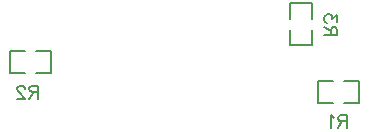
<source format=gbo>
G04 Layer: BottomSilkscreenLayer*
G04 EasyEDA v6.5.46, 2024-09-06 20:46:00*
G04 ee909672bfd0416e87b19a6d4beb8481,6b50037bb1584808a520f39feb1544fe,10*
G04 Gerber Generator version 0.2*
G04 Scale: 100 percent, Rotated: No, Reflected: No *
G04 Dimensions in millimeters *
G04 leading zeros omitted , absolute positions ,4 integer and 5 decimal *
%FSLAX45Y45*%
%MOMM*%

%ADD10C,0.1524*%

%LPD*%
D10*
X-1220264Y1939820D02*
G01*
X-1329230Y1939820D01*
X-1220264Y1939820D02*
G01*
X-1220264Y1986556D01*
X-1225344Y2002050D01*
X-1230678Y2007384D01*
X-1241092Y2012464D01*
X-1251506Y2012464D01*
X-1261920Y2007384D01*
X-1267000Y2002050D01*
X-1272080Y1986556D01*
X-1272080Y1939820D01*
X-1272080Y1976142D02*
G01*
X-1329230Y2012464D01*
X-1220264Y2057168D02*
G01*
X-1220264Y2114318D01*
X-1261920Y2083330D01*
X-1261920Y2098824D01*
X-1267000Y2109238D01*
X-1272080Y2114318D01*
X-1287828Y2119652D01*
X-1298242Y2119652D01*
X-1313736Y2114318D01*
X-1324150Y2103904D01*
X-1329230Y2088410D01*
X-1329230Y2072916D01*
X-1324150Y2057168D01*
X-1319070Y2052088D01*
X-1308656Y2046754D01*
X-1138864Y1266045D02*
G01*
X-1138864Y1156942D01*
X-1138864Y1266045D02*
G01*
X-1185623Y1266045D01*
X-1201209Y1260850D01*
X-1206406Y1255654D01*
X-1211600Y1245262D01*
X-1211600Y1234871D01*
X-1206406Y1224480D01*
X-1201209Y1219286D01*
X-1185623Y1214092D01*
X-1138864Y1214092D01*
X-1175232Y1214092D02*
G01*
X-1211600Y1156942D01*
X-1245890Y1245262D02*
G01*
X-1256281Y1250459D01*
X-1271869Y1266045D01*
X-1271869Y1156942D01*
X-3752509Y1515033D02*
G01*
X-3752509Y1405930D01*
X-3752509Y1515033D02*
G01*
X-3799268Y1515033D01*
X-3814853Y1509839D01*
X-3820050Y1504642D01*
X-3825245Y1494251D01*
X-3825245Y1483860D01*
X-3820050Y1473469D01*
X-3814853Y1468274D01*
X-3799268Y1463080D01*
X-3752509Y1463080D01*
X-3788877Y1463080D02*
G01*
X-3825245Y1405930D01*
X-3864731Y1489057D02*
G01*
X-3864731Y1494251D01*
X-3869926Y1504642D01*
X-3875123Y1509839D01*
X-3885514Y1515033D01*
X-3906293Y1515033D01*
X-3916685Y1509839D01*
X-3921881Y1504642D01*
X-3927076Y1494251D01*
X-3927076Y1483860D01*
X-3921881Y1473469D01*
X-3911490Y1457883D01*
X-3859535Y1405930D01*
X-3932273Y1405930D01*
X-1618106Y2082815D02*
G01*
X-1618106Y2211308D01*
X-1434688Y2211308D01*
X-1434688Y2082815D01*
X-1618106Y1987575D02*
G01*
X-1618106Y1859081D01*
X-1434688Y1859081D01*
X-1434688Y1987575D01*
X-1160777Y1554505D02*
G01*
X-1032283Y1554505D01*
X-1032283Y1371086D01*
X-1160777Y1371086D01*
X-1256017Y1554505D02*
G01*
X-1384510Y1554505D01*
X-1384510Y1371086D01*
X-1256017Y1371086D01*
X-3863611Y1625488D02*
G01*
X-3992105Y1625488D01*
X-3992105Y1808906D01*
X-3863611Y1808906D01*
X-3768371Y1625488D02*
G01*
X-3639878Y1625488D01*
X-3639878Y1808906D01*
X-3768371Y1808906D01*
M02*

</source>
